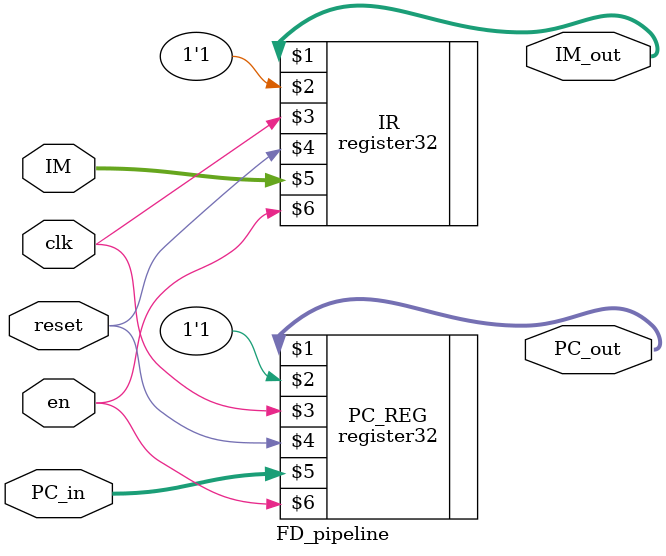
<source format=v>
module FD_pipeline (IM_out, PC_out, clk, reset, IM, PC_in, en);

   //Inputs
   input clk, en, reset;
   input[31:0] IM, PC_in;

   output[31:0] IM_out, PC_out;

   register32 PC_REG(PC_out, 1'b1, clk, reset, PC_in, en);

   register32 IR(IM_out, 1'b1, clk, reset, IM, en);

endmodule

</source>
